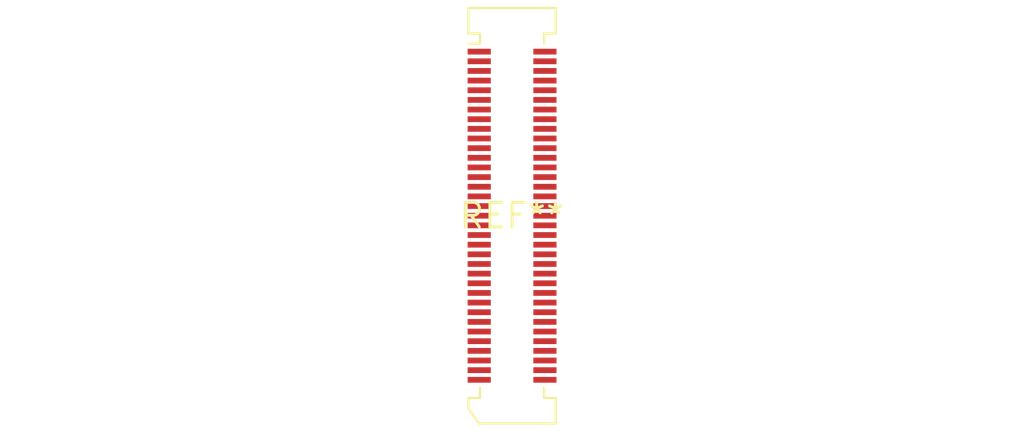
<source format=kicad_pcb>
(kicad_pcb (version 20240108) (generator pcbnew)
  (layers (0 "F.Cu" signal) (31 "B.Cu" signal) (34 "B.Paste" user) (35 "F.Paste" user) (36 "B.SilkS" user "B.Silkscreen") (37 "F.SilkS" user "F.Silkscreen") (38 "B.Mask" user) (39 "F.Mask" user) (44 "Edge.Cuts" user))
  (net 0 "")
  (footprint "Molex_SlimStack_53748-0708_2x35_P0.50mm_Vertical" (layer "F.Cu") (at 0 0)
    (property "Reference" "REF**")
    (property "Value" "Molex_SlimStack_53748-0708_2x35_P0.50mm_Vertical")
    (fp_line (start -2.26 -10.76) (end -2.26 -9.44) (layer "F.SilkS") (stroke (width 0.12)))
    (fp_line (start -2.26 -9.44) (end -2.26 -9.44) (layer "F.SilkS") (stroke (width 0.12)))
    (fp_line (start -2.26 -9.44) (end -1.66 -9.44) (layer "F.SilkS") (stroke (width 0.12)))
    (fp_line (start -2.26 9.44) (end -1.66 9.44) (layer "F.SilkS") (stroke (width 0.12)))
    (fp_line (start -2.26 9.984683) (end -2.26 9.44) (layer "F.SilkS") (stroke (width 0.12)))
    (fp_line (start -1.717262 10.76) (end -2.26 9.984683) (layer "F.SilkS") (stroke (width 0.12)))
    (fp_line (start -1.66 -9.44) (end -1.66 -8.91) (layer "F.SilkS") (stroke (width 0.12)))
    (fp_line (start -1.66 -8.91) (end -2.25 -8.91) (layer "F.SilkS") (stroke (width 0.12)))
    (fp_line (start -1.66 9.44) (end -1.66 8.91) (layer "F.SilkS") (stroke (width 0.12)))
    (fp_line (start 1.66 -9.44) (end 2.26 -9.44) (layer "F.SilkS") (stroke (width 0.12)))
    (fp_line (start 1.66 -8.91) (end 1.66 -9.44) (layer "F.SilkS") (stroke (width 0.12)))
    (fp_line (start 1.66 8.91) (end 1.66 9.44) (layer "F.SilkS") (stroke (width 0.12)))
    (fp_line (start 1.66 9.44) (end 2.26 9.44) (layer "F.SilkS") (stroke (width 0.12)))
    (fp_line (start 2.26 -10.76) (end -2.26 -10.76) (layer "F.SilkS") (stroke (width 0.12)))
    (fp_line (start 2.26 -9.44) (end 2.26 -10.76) (layer "F.SilkS") (stroke (width 0.12)))
    (fp_line (start 2.26 9.44) (end 2.26 10.76) (layer "F.SilkS") (stroke (width 0.12)))
    (fp_line (start 2.26 10.76) (end -1.717262 10.76) (layer "F.SilkS") (stroke (width 0.12)))
    (pad "1" smd rect (at -1.7 -8.5) (size 1.2 0.3) (layers "F.Cu" "F.Paste" "F.Mask"))
    (pad "2" smd rect (at 1.7 -8.5) (size 1.2 0.3) (layers "F.Cu" "F.Paste" "F.Mask"))
    (pad "3" smd rect (at -1.7 -8) (size 1.2 0.3) (layers "F.Cu" "F.Paste" "F.Mask"))
    (pad "4" smd rect (at 1.7 -8) (size 1.2 0.3) (layers "F.Cu" "F.Paste" "F.Mask"))
    (pad "5" smd rect (at -1.7 -7.5) (size 1.2 0.3) (layers "F.Cu" "F.Paste" "F.Mask"))
    (pad "6" smd rect (at 1.7 -7.5) (size 1.2 0.3) (layers "F.Cu" "F.Paste" "F.Mask"))
    (pad "7" smd rect (at -1.7 -7) (size 1.2 0.3) (layers "F.Cu" "F.Paste" "F.Mask"))
    (pad "8" smd rect (at 1.7 -7) (size 1.2 0.3) (layers "F.Cu" "F.Paste" "F.Mask"))
    (pad "9" smd rect (at -1.7 -6.5) (size 1.2 0.3) (layers "F.Cu" "F.Paste" "F.Mask"))
    (pad "10" smd rect (at 1.7 -6.5) (size 1.2 0.3) (layers "F.Cu" "F.Paste" "F.Mask"))
    (pad "11" smd rect (at -1.7 -6) (size 1.2 0.3) (layers "F.Cu" "F.Paste" "F.Mask"))
    (pad "12" smd rect (at 1.7 -6) (size 1.2 0.3) (layers "F.Cu" "F.Paste" "F.Mask"))
    (pad "13" smd rect (at -1.7 -5.5) (size 1.2 0.3) (layers "F.Cu" "F.Paste" "F.Mask"))
    (pad "14" smd rect (at 1.7 -5.5) (size 1.2 0.3) (layers "F.Cu" "F.Paste" "F.Mask"))
    (pad "15" smd rect (at -1.7 -5) (size 1.2 0.3) (layers "F.Cu" "F.Paste" "F.Mask"))
    (pad "16" smd rect (at 1.7 -5) (size 1.2 0.3) (layers "F.Cu" "F.Paste" "F.Mask"))
    (pad "17" smd rect (at -1.7 -4.5) (size 1.2 0.3) (layers "F.Cu" "F.Paste" "F.Mask"))
    (pad "18" smd rect (at 1.7 -4.5) (size 1.2 0.3) (layers "F.Cu" "F.Paste" "F.Mask"))
    (pad "19" smd rect (at -1.7 -4) (size 1.2 0.3) (layers "F.Cu" "F.Paste" "F.Mask"))
    (pad "20" smd rect (at 1.7 -4) (size 1.2 0.3) (layers "F.Cu" "F.Paste" "F.Mask"))
    (pad "21" smd rect (at -1.7 -3.5) (size 1.2 0.3) (layers "F.Cu" "F.Paste" "F.Mask"))
    (pad "22" smd rect (at 1.7 -3.5) (size 1.2 0.3) (layers "F.Cu" "F.Paste" "F.Mask"))
    (pad "23" smd rect (at -1.7 -3) (size 1.2 0.3) (layers "F.Cu" "F.Paste" "F.Mask"))
    (pad "24" smd rect (at 1.7 -3) (size 1.2 0.3) (layers "F.Cu" "F.Paste" "F.Mask"))
    (pad "25" smd rect (at -1.7 -2.5) (size 1.2 0.3) (layers "F.Cu" "F.Paste" "F.Mask"))
    (pad "26" smd rect (at 1.7 -2.5) (size 1.2 0.3) (layers "F.Cu" "F.Paste" "F.Mask"))
    (pad "27" smd rect (at -1.7 -2) (size 1.2 0.3) (layers "F.Cu" "F.Paste" "F.Mask"))
    (pad "28" smd rect (at 1.7 -2) (size 1.2 0.3) (layers "F.Cu" "F.Paste" "F.Mask"))
    (pad "29" smd rect (at -1.7 -1.5) (size 1.2 0.3) (layers "F.Cu" "F.Paste" "F.Mask"))
    (pad "30" smd rect (at 1.7 -1.5) (size 1.2 0.3) (layers "F.Cu" "F.Paste" "F.Mask"))
    (pad "31" smd rect (at -1.7 -1) (size 1.2 0.3) (layers "F.Cu" "F.Paste" "F.Mask"))
    (pad "32" smd rect (at 1.7 -1) (size 1.2 0.3) (layers "F.Cu" "F.Paste" "F.Mask"))
    (pad "33" smd rect (at -1.7 -0.5) (size 1.2 0.3) (layers "F.Cu" "F.Paste" "F.Mask"))
    (pad "34" smd rect (at 1.7 -0.5) (size 1.2 0.3) (layers "F.Cu" "F.Paste" "F.Mask"))
    (pad "35" smd rect (at -1.7 0) (size 1.2 0.3) (layers "F.Cu" "F.Paste" "F.Mask"))
    (pad "36" smd rect (at 1.7 0) (size 1.2 0.3) (layers "F.Cu" "F.Paste" "F.Mask"))
    (pad "37" smd rect (at -1.7 0.5) (size 1.2 0.3) (layers "F.Cu" "F.Paste" "F.Mask"))
    (pad "38" smd rect (at 1.7 0.5) (size 1.2 0.3) (layers "F.Cu" "F.Paste" "F.Mask"))
    (pad "39" smd rect (at -1.7 1) (size 1.2 0.3) (layers "F.Cu" "F.Paste" "F.Mask"))
    (pad "40" smd rect (at 1.7 1) (size 1.2 0.3) (layers "F.Cu" "F.Paste" "F.Mask"))
    (pad "41" smd rect (at -1.7 1.5) (size 1.2 0.3) (layers "F.Cu" "F.Paste" "F.Mask"))
    (pad "42" smd rect (at 1.7 1.5) (size 1.2 0.3) (layers "F.Cu" "F.Paste" "F.Mask"))
    (pad "43" smd rect (at -1.7 2) (size 1.2 0.3) (layers "F.Cu" "F.Paste" "F.Mask"))
    (pad "44" smd rect (at 1.7 2) (size 1.2 0.3) (layers "F.Cu" "F.Paste" "F.Mask"))
    (pad "45" smd rect (at -1.7 2.5) (size 1.2 0.3) (layers "F.Cu" "F.Paste" "F.Mask"))
    (pad "46" smd rect (at 1.7 2.5) (size 1.2 0.3) (layers "F.Cu" "F.Paste" "F.Mask"))
    (pad "47" smd rect (at -1.7 3) (size 1.2 0.3) (layers "F.Cu" "F.Paste" "F.Mask"))
    (pad "48" smd rect (at 1.7 3) (size 1.2 0.3) (layers "F.Cu" "F.Paste" "F.Mask"))
    (pad "49" smd rect (at -1.7 3.5) (size 1.2 0.3) (layers "F.Cu" "F.Paste" "F.Mask"))
    (pad "50" smd rect (at 1.7 3.5) (size 1.2 0.3) (layers "F.Cu" "F.Paste" "F.Mask"))
    (pad "51" smd rect (at -1.7 4) (size 1.2 0.3) (layers "F.Cu" "F.Paste" "F.Mask"))
    (pad "52" smd rect (at 1.7 4) (size 1.2 0.3) (layers "F.Cu" "F.Paste" "F.Mask"))
    (pad "53" smd rect (at -1.7 4.5) (size 1.2 0.3) (layers "F.Cu" "F.Paste" "F.Mask"))
    (pad "54" smd rect (at 1.7 4.5) (size 1.2 0.3) (layers "F.Cu" "F.Paste" "F.Mask"))
    (pad "55" smd rect (at -1.7 5) (size 1.2 0.3) (layers "F.Cu" "F.Paste" "F.Mask"))
    (pad "56" smd rect (at 1.7 5) (size 1.2 0.3) (layers "F.Cu" "F.Paste" "F.Mask"))
    (pad "57" smd rect (at -1.7 5.5) (size 1.2 0.3) (layers "F.Cu" "F.Paste" "F.Mask"))
    (pad "58" smd rect (at 1.7 5.5) (size 1.2 0.3) (layers "F.Cu" "F.Paste" "F.Mask"))
    (pad "59" smd rect (at -1.7 6) (size 1.2 0.3) (layers "F.Cu" "F.Paste" "F.Mask"))
    (pad "60" smd rect (at 1.7 6) (size 1.2 0.3) (layers "F.Cu" "F.Paste" "F.Mask"))
    (pad "61" smd rect (at -1.7 6.5) (size 1.2 0.3) (layers "F.Cu" "F.Paste" "F.Mask"))
    (pad "62" smd rect (at 1.7 6.5) (size 1.2 0.3) (layers "F.Cu" "F.Paste" "F.Mask"))
    (pad "63" smd rect (at -1.7 7) (size 1.2 0.3) (layers "F.Cu" "F.Paste" "F.Mask"))
    (pad "64" smd rect (at 1.7 7) (size 1.2 0.3) (layers "F.Cu" "F.Paste" "F.Mask"))
    (pad "65" smd rect (at -1.7 7.5) (size 1.2 0.3) (layers "F.Cu" "F.Paste" "F.Mask"))
    (pad "66" smd rect (at 1.7 7.5) (size 1.2 0.3) (layers "F.Cu" "F.Paste" "F.Mask"))
    (pad "67" smd rect (at -1.7 8) (size 1.2 0.3) (layers "F.Cu" "F.Paste" "F.Mask"))
    (pad "68" smd rect (at 1.7 8) (size 1.2 0.3) (layers "F.Cu" "F.Paste" "F.Mask"))
    (pad "69" smd rect (at -1.7 8.5) (size 1.2 0.3) (layers "F.Cu" "F.Paste" "F.Mask"))
    (pad "70" smd rect (at 1.7 8.5) (size 1.2 0.3) (layers "F.Cu" "F.Paste" "F.Mask"))
  )
)
</source>
